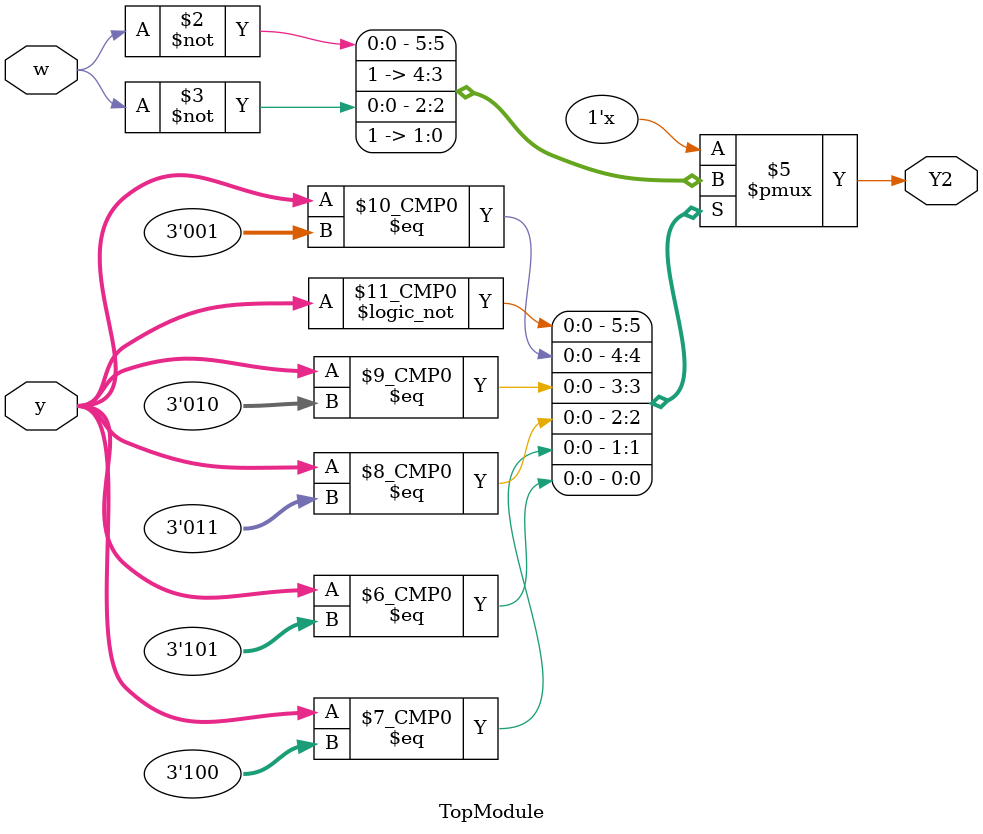
<source format=sv>

module TopModule (
  input [3:1] y,
  input w,
  output reg Y2
);
always @(*) begin
    case (y)
        3'b000: Y2 = ~w;      // A to B if w=0, stay in A if w=1
        3'b001: Y2 = 1'b1;    // B to C or D, both require Y2 = 1
        3'b010: Y2 = 1'b1;    // C to E or D, both require Y2 = 1
        3'b011: Y2 = ~w;      // D to F if w=0 (Y2=1), A if w=1 (Y2=0)
        3'b100: Y2 = 1'b1;    // E stays in E or goes to D, both require Y2 = 1
        3'b101: Y2 = 1'b1;    // F to C or D, both require Y2 = 1
        default: Y2 = 1'bx;   // Undefined state
    endcase
end

endmodule

</source>
